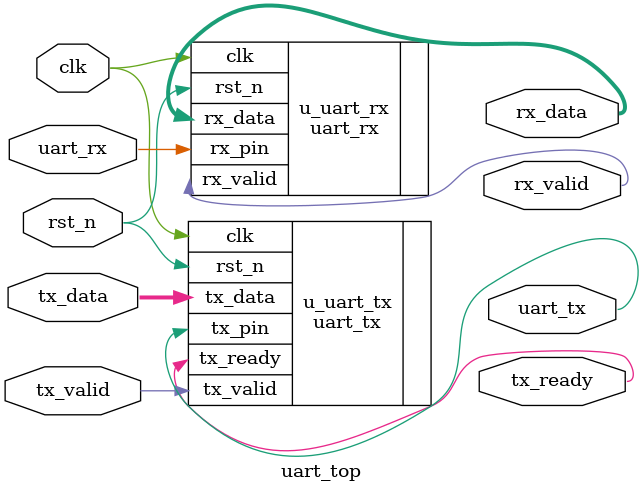
<source format=v>
module uart_top #(
    parameter CLK_FREQ = 27_000_000,
    parameter BAUD_RATE = 115200
)(
    input  wire       clk,
    input  wire       rst_n,
    
    // TX interface
    input  wire [7:0] tx_data,
    input  wire       tx_valid,
    output wire       tx_ready,
    
    // RX interface
    output wire [7:0] rx_data,
    output wire       rx_valid,
    
    // UART pins
    input  wire       uart_rx,
    output wire       uart_tx
);

    uart_tx #(
        .CLK_FREQ(CLK_FREQ),
        .BAUD_RATE(BAUD_RATE)
    ) u_uart_tx (
        .clk(clk),
        .rst_n(rst_n),
        .tx_data(tx_data),
        .tx_valid(tx_valid),
        .tx_ready(tx_ready),
        .tx_pin(uart_tx)
    );

    uart_rx #(
        .CLK_FREQ(CLK_FREQ),
        .BAUD_RATE(BAUD_RATE)
    ) u_uart_rx (
        .clk(clk),
        .rst_n(rst_n),
        .rx_pin(uart_rx),
        .rx_data(rx_data),
        .rx_valid(rx_valid)
    );

endmodule
</source>
